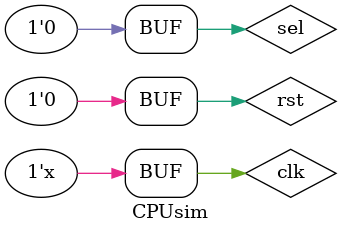
<source format=v>
`timescale 1ns / 1ps


	 
module CPUsim;

	// Inputs
	reg clk;
	reg rst;
	reg sel;
	// Outputs
   wire [6:0] out;
	wire [3:0] decoderout;

		// Instantiate the Unit Under Test (UUT)
	CPU uut (
      .clk(clk),
		.rst(rst),
		.sel(sel),
		.out(out),
		.decoderout(decoderout)
	);
always #10 clk=~clk;
	initial begin
		// Initialize Inputs
		
		clk=0;
		rst=1;
		sel=0;

		// Wait 100 ns for global reset to finish
		#100;
rst=0;
sel=0;
#100;

	end
      
endmodule


</source>
